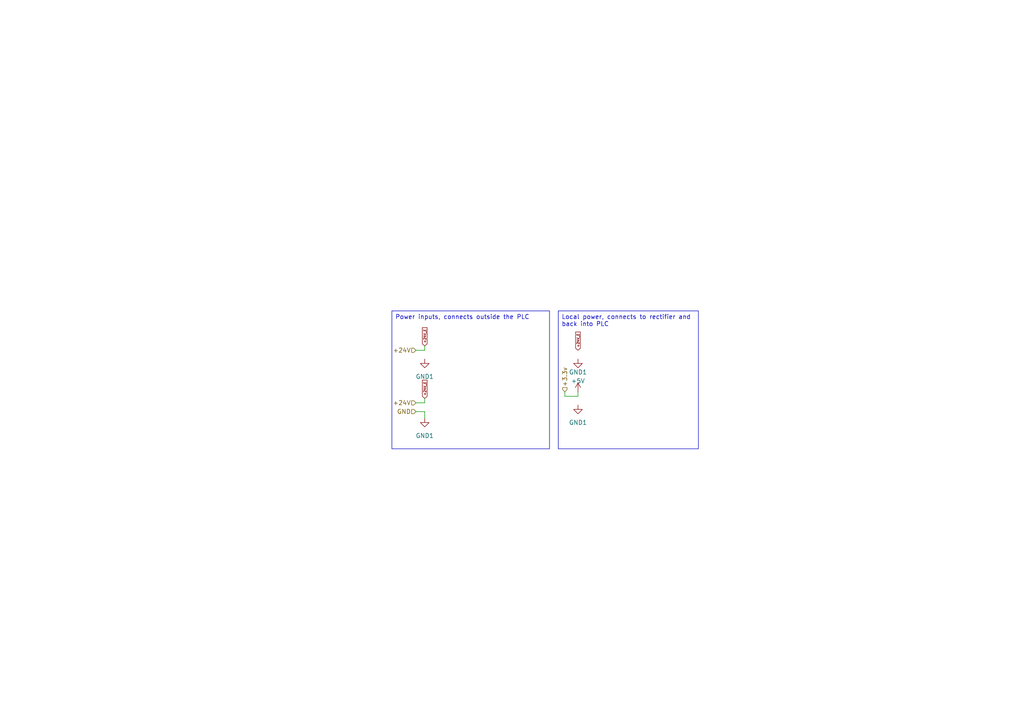
<source format=kicad_sch>
(kicad_sch (version 20230121) (generator eeschema)
  (paper "A4")
  (title_block (date "2023-04-23") (rev "1") (company "UPB - FIIR - Roboți și sisteme de producție") (comment 1 "Alexandru-Ioan Anastasiu"))
  (lib_symbols
    (symbol "power:+5V" (power) (pin_names (offset 0))
      (property "Value" "+5V" (at 0 3.556 0))
      (symbol "+5V_0_1"
        (polyline (pts (xy -0.762 1.27) (xy 0 2.54)))
        (polyline (pts (xy 0 0) (xy 0 2.54)))
        (polyline (pts (xy 0 2.54) (xy 0.762 1.27)))
      )
      (symbol "+5V_1_1"
        (pin power_in line (at 0 0 90) (length 0) hide (name "+5V") (number "1"))
      )
    )
    (symbol "power:GND1" (power) (pin_names (offset 0))
      (property "Value" "GND1" (at 0 -3.81 0))
      (symbol "GND1_0_1"
        (polyline (pts (xy 0 0) (xy 0 -1.27) (xy 1.27 -1.27) (xy 0 -2.54) (xy -1.27 -1.27) (xy 0 -1.27)))
      )
      (symbol "GND1_1_1"
        (pin power_in line (at 0 0 270) (length 0) hide (name "GND1") (number "1"))
      )
    )
  )
  (wire (pts (xy 123.19 100.33) (xy 123.19 101.6)))
  (wire (pts (xy 123.19 115.57) (xy 123.19 116.84)))
  (wire (pts (xy 163.83 113.665) (xy 163.83 114.935)))
  (wire (pts (xy 167.64 113.665) (xy 167.64 114.935)))
  (wire (pts (xy 120.65 101.6) (xy 123.19 101.6)))
  (wire (pts (xy 120.65 116.84) (xy 123.19 116.84)))
  (wire (pts (xy 120.65 119.38) (xy 123.19 119.38)))
  (wire (pts (xy 123.19 121.285) (xy 123.19 119.38)))
  (wire (pts (xy 163.83 114.935) (xy 167.64 114.935)))
  (text_box "Local power, connects to rectifier and back into PLC\n" (at 161.925 90.17 0) (size 40.64 40.005) (effects (font (size 1.27 1.27)) (justify left top)))
  (text_box "Power inputs, connects outside the PLC" (at 113.665 90.17 0) (size 45.72 40.005) (effects (font (size 1.27 1.27)) (justify left top)))
  (global_label "+24V_E" (shape input) (at 123.19 115.57 90) (effects (font (size 0.7 0.7))) (property "Intersheetrefs" "${INTERSHEET_REFS}" (effects hide)))
  (global_label "+24V_E" (shape input) (at 123.19 100.33 90) (effects (font (size 0.7 0.7))) (property "Intersheetrefs" "${INTERSHEET_REFS}" (effects hide)))
  (global_label "+24V_E" (shape input) (at 167.64 101.6 90) (effects (font (size 0.7 0.7))) (property "Intersheetrefs" "${INTERSHEET_REFS}" (effects hide)))
  (hierarchical_label "+24V" (shape input) (at 120.65 101.6 180))
  (hierarchical_label "+3.3v" (shape input) (at 163.83 113.665 90))
  (hierarchical_label "+24V" (shape input) (at 120.65 116.84 180))
  (hierarchical_label "GND" (shape input) (at 120.65 119.38 180))
  (symbol (lib_id "power:GND1") (at 167.64 104.14 0) (unit 1)
    (property "Reference" "#PWR0266" (effects hide))
    (property "Value" "GND1" (at 167.64 107.95 0))
  )
  (symbol (lib_id "power:GND1") (at 123.19 104.14 0) (unit 1)
    (property "Reference" "#PWR0264" (effects hide))
    (property "Value" "GND1" (at 123.19 109.22 0))
  )
  (symbol (lib_id "power:GND1") (at 123.19 121.285 0) (unit 1)
    (property "Reference" "#PWR0265" (effects hide))
    (property "Value" "GND1" (at 123.19 126.365 0))
  )
  (symbol (lib_id "power:GND1") (at 167.64 117.475 0) (unit 1)
    (property "Reference" "#PWR0267" (effects hide))
    (property "Value" "GND1" (at 167.64 122.555 0))
  )
  (symbol (lib_id "power:+5V") (at 167.64 113.665 0) (unit 1)
    (property "Reference" "#PWR074" (effects hide))
    (property "Value" "+5V" (at 167.64 110.49 0))
    (instances (project "PLC-CIM" (path "" (reference "#PWR074") (unit 1)) (path "" (reference "#PWR0268") (unit 1))))
  )
)
</source>
